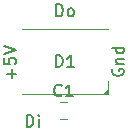
<source format=gto>
G04 #@! TF.GenerationSoftware,KiCad,Pcbnew,5.1.2-1.fc30*
G04 #@! TF.CreationDate,2019-06-18T23:23:49+02:00*
G04 #@! TF.ProjectId,bricopixels,62726963-6f70-4697-9865-6c732e6b6963,1*
G04 #@! TF.SameCoordinates,Original*
G04 #@! TF.FileFunction,Legend,Top*
G04 #@! TF.FilePolarity,Positive*
%FSLAX46Y46*%
G04 Gerber Fmt 4.6, Leading zero omitted, Abs format (unit mm)*
G04 Created by KiCad (PCBNEW 5.1.2-1.fc30) date 2019-06-18 23:23:49*
%MOMM*%
%LPD*%
G04 APERTURE LIST*
%ADD10C,0.200000*%
%ADD11C,0.120000*%
%ADD12C,0.100000*%
%ADD13C,0.150000*%
G04 APERTURE END LIST*
D10*
X75877800Y-33408857D02*
X75830180Y-33504095D01*
X75830180Y-33646952D01*
X75877800Y-33789809D01*
X75973038Y-33885047D01*
X76068276Y-33932666D01*
X76258752Y-33980285D01*
X76401609Y-33980285D01*
X76592085Y-33932666D01*
X76687323Y-33885047D01*
X76782561Y-33789809D01*
X76830180Y-33646952D01*
X76830180Y-33551714D01*
X76782561Y-33408857D01*
X76734942Y-33361238D01*
X76401609Y-33361238D01*
X76401609Y-33551714D01*
X76163514Y-32932666D02*
X76830180Y-32932666D01*
X76258752Y-32932666D02*
X76211133Y-32885047D01*
X76163514Y-32789809D01*
X76163514Y-32646952D01*
X76211133Y-32551714D01*
X76306371Y-32504095D01*
X76830180Y-32504095D01*
X76830180Y-31599333D02*
X75830180Y-31599333D01*
X76782561Y-31599333D02*
X76830180Y-31694571D01*
X76830180Y-31885047D01*
X76782561Y-31980285D01*
X76734942Y-32027904D01*
X76639704Y-32075523D01*
X76353990Y-32075523D01*
X76258752Y-32027904D01*
X76211133Y-31980285D01*
X76163514Y-31885047D01*
X76163514Y-31694571D01*
X76211133Y-31599333D01*
X71091514Y-28925780D02*
X71091514Y-27925780D01*
X71329609Y-27925780D01*
X71472466Y-27973400D01*
X71567704Y-28068638D01*
X71615323Y-28163876D01*
X71662942Y-28354352D01*
X71662942Y-28497209D01*
X71615323Y-28687685D01*
X71567704Y-28782923D01*
X71472466Y-28878161D01*
X71329609Y-28925780D01*
X71091514Y-28925780D01*
X72234371Y-28925780D02*
X72139133Y-28878161D01*
X72091514Y-28830542D01*
X72043895Y-28735304D01*
X72043895Y-28449590D01*
X72091514Y-28354352D01*
X72139133Y-28306733D01*
X72234371Y-28259114D01*
X72377228Y-28259114D01*
X72472466Y-28306733D01*
X72520085Y-28354352D01*
X72567704Y-28449590D01*
X72567704Y-28735304D01*
X72520085Y-28830542D01*
X72472466Y-28878161D01*
X72377228Y-28925780D01*
X72234371Y-28925780D01*
X68588000Y-38272980D02*
X68588000Y-37272980D01*
X68826095Y-37272980D01*
X68968952Y-37320600D01*
X69064190Y-37415838D01*
X69111809Y-37511076D01*
X69159428Y-37701552D01*
X69159428Y-37844409D01*
X69111809Y-38034885D01*
X69064190Y-38130123D01*
X68968952Y-38225361D01*
X68826095Y-38272980D01*
X68588000Y-38272980D01*
X69588000Y-38272980D02*
X69588000Y-37606314D01*
X69588000Y-37272980D02*
X69540380Y-37320600D01*
X69588000Y-37368219D01*
X69635619Y-37320600D01*
X69588000Y-37272980D01*
X69588000Y-37368219D01*
X67305228Y-34178714D02*
X67305228Y-33416809D01*
X67686180Y-33797761D02*
X66924276Y-33797761D01*
X66686180Y-32464428D02*
X66686180Y-32940619D01*
X67162371Y-32988238D01*
X67114752Y-32940619D01*
X67067133Y-32845380D01*
X67067133Y-32607285D01*
X67114752Y-32512047D01*
X67162371Y-32464428D01*
X67257609Y-32416809D01*
X67495704Y-32416809D01*
X67590942Y-32464428D01*
X67638561Y-32512047D01*
X67686180Y-32607285D01*
X67686180Y-32845380D01*
X67638561Y-32940619D01*
X67590942Y-32988238D01*
X66686180Y-32131095D02*
X67686180Y-31797761D01*
X66686180Y-31464428D01*
D11*
X68155800Y-30016000D02*
X75455800Y-30016000D01*
X68155800Y-35516000D02*
X75455800Y-35516000D01*
X75455800Y-35516000D02*
X75455800Y-34366000D01*
D12*
G36*
X75463400Y-35509200D02*
G01*
X75463400Y-35052000D01*
X75006200Y-35509200D01*
X75463400Y-35509200D01*
G37*
X75463400Y-35509200D02*
X75463400Y-35052000D01*
X75006200Y-35509200D01*
X75463400Y-35509200D01*
D11*
X71447922Y-36196200D02*
X71965078Y-36196200D01*
X71447922Y-37616200D02*
X71965078Y-37616200D01*
D13*
X71067704Y-33218380D02*
X71067704Y-32218380D01*
X71305800Y-32218380D01*
X71448657Y-32266000D01*
X71543895Y-32361238D01*
X71591514Y-32456476D01*
X71639133Y-32646952D01*
X71639133Y-32789809D01*
X71591514Y-32980285D01*
X71543895Y-33075523D01*
X71448657Y-33170761D01*
X71305800Y-33218380D01*
X71067704Y-33218380D01*
X72591514Y-33218380D02*
X72020085Y-33218380D01*
X72305800Y-33218380D02*
X72305800Y-32218380D01*
X72210561Y-32361238D01*
X72115323Y-32456476D01*
X72020085Y-32504095D01*
X71539833Y-35613342D02*
X71492214Y-35660961D01*
X71349357Y-35708580D01*
X71254119Y-35708580D01*
X71111261Y-35660961D01*
X71016023Y-35565723D01*
X70968404Y-35470485D01*
X70920785Y-35280009D01*
X70920785Y-35137152D01*
X70968404Y-34946676D01*
X71016023Y-34851438D01*
X71111261Y-34756200D01*
X71254119Y-34708580D01*
X71349357Y-34708580D01*
X71492214Y-34756200D01*
X71539833Y-34803819D01*
X72492214Y-35708580D02*
X71920785Y-35708580D01*
X72206500Y-35708580D02*
X72206500Y-34708580D01*
X72111261Y-34851438D01*
X72016023Y-34946676D01*
X71920785Y-34994295D01*
M02*

</source>
